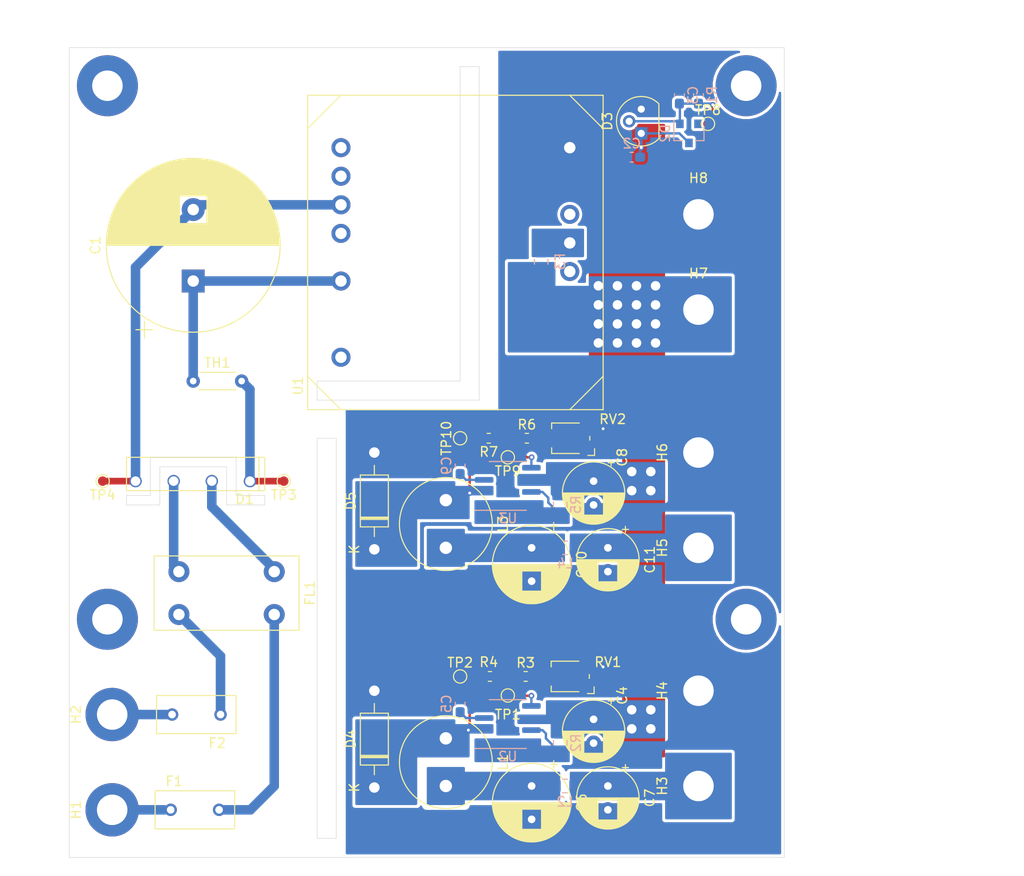
<source format=kicad_pcb>
(kicad_pcb (version 20171130) (host pcbnew 5.1.7)
  (layers (0 F.Cu signal) (31 B.Cu signal) (34 B.Paste user) (35 F.Paste user) (36 B.SilkS user) (37 F.SilkS user) (38 B.Mask user) (39 F.Mask user) (44 Edge.Cuts user))
  (net 0 "")
  (net 1 /DC-)
  (net 2 /DC+)
  (net 3 GND)
  (net 4 +12V)
  (net 5 "Net-(C3-Pad1)")
  (net 6 /N_Filter)
  (net 7 /L_Filter)
  (net 8 /L_Fused)
  (net 9 /N_Fused)
  (net 10 LINE)
  (net 11 NEUT)
  (net 12 "Net-(U1-Pad14)")
  (net 13 "Net-(U1-Pad11)")
  (net 14 /12V_Unfused)
  (net 15 "Net-(C5-Pad2)")
  (net 16 "Net-(C6-Pad1)")
  (net 17 +5V)
  (net 18 "Net-(C9-Pad2)")
  (net 19 "Net-(C10-Pad1)")
  (net 20 +3V3)
  (net 21 "Net-(D4-Pad1)")
  (net 22 "Net-(D5-Pad1)")
  (net 23 "Net-(R2-Pad1)")
  (net 24 "Net-(R3-Pad2)")
  (net 25 "Net-(R3-Pad1)")
  (net 26 "Net-(R5-Pad1)")
  (net 27 "Net-(R6-Pad2)")
  (net 28 "Net-(R6-Pad1)")
  (net 29 "Net-(RV1-Pad1)")
  (net 30 "Net-(RV2-Pad1)")
  (net 31 /DC+L)
  (module Resistor_THT:R_Axial_DIN0204_L3.6mm_D1.6mm_P5.08mm_Horizontal (layer F.Cu) (at 118 45)
    (fp_text reference TH1 (at 2.54 -1.92) (layer F.SilkS))
    (fp_text value Thermistor_NTC)
    (pad 2 thru_hole oval (at 5.08 0) (size 1.4 1.4) (drill 0.7) (layers *.Cu *.Mask) (net 2 /DC+))
    (pad 1 thru_hole circle (at 0 0) (size 1.4 1.4) (drill 0.7) (layers *.Cu *.Mask) (net 31 /DC+L))
  )
  (module MountingHole:MountingHole_3.2mm_M3_Pad (layer F.Cu) (at 109 70)
    (fp_text reference REF** hide)
    (fp_text value MountingHole_3.2mm_M3_Pad)
    (pad 1 thru_hole circle (at 0 0) (size 6.4 6.4) (drill 3.2) (layers *.Cu *.Mask))
  )
  (module MountingHole:MountingHole_3.2mm_M3_Pad (layer F.Cu) (at 176 70)
    (fp_text reference REF** hide)
    (fp_text value MountingHole_3.2mm_M3_Pad)
    (pad 1 thru_hole circle (at 0 0) (size 6.4 6.4) (drill 3.2) (layers *.Cu *.Mask))
  )
  (module MountingHole:MountingHole_3.2mm_M3_Pad (layer F.Cu) (at 176 14)
    (fp_text reference REF** hide)
    (fp_text value MountingHole_3.2mm_M3_Pad)
    (pad 1 thru_hole circle (at 0 0) (size 6.4 6.4) (drill 3.2) (layers *.Cu *.Mask))
  )
  (module MountingHole:MountingHole_3.2mm_M3_Pad (layer F.Cu) (at 109 14)
    (fp_text reference REF** hide)
    (fp_text value MountingHole_3.2mm_M3_Pad)
    (pad 1 thru_hole circle (at 0 0) (size 6.4 6.4) (drill 3.2) (layers *.Cu *.Mask))
  )
  (module TestPoint:TestPoint_Pad_D1.0mm (layer F.Cu) (at 146 51 90)
    (fp_text reference TP10 (at 0 -1.448 90) (layer F.SilkS))
    (fp_text value TestPoint)
    (pad 1 smd circle (at 0 0 90) (size 1 1) (layers F.Cu F.Mask) (net 22 "Net-(D5-Pad1)"))
  )
  (module TestPoint:TestPoint_Pad_D1.0mm (layer F.Cu) (at 151 53 180)
    (fp_text reference TP9 (at 0 -1.448) (layer F.SilkS))
    (fp_text value TestPoint)
    (pad 1 smd circle (at 0 0 180) (size 1 1) (layers F.Cu F.Mask) (net 28 "Net-(R6-Pad1)"))
  )
  (module TestPoint:TestPoint_Pad_D1.0mm (layer F.Cu) (at 172 18)
    (fp_text reference TP8 (at 0 -1.448) (layer F.SilkS))
    (fp_text value TestPoint)
    (pad 1 smd circle (at 0 0) (size 1 1) (layers F.Cu F.Mask) (net 5 "Net-(C3-Pad1)"))
  )
  (module TestPoint:TestPoint_Pad_D1.0mm (layer F.Cu) (at 108.5 55.5 180)
    (fp_text reference TP4 (at 0 -1.448) (layer F.SilkS))
    (fp_text value TestPoint)
    (pad 1 smd circle (at 0 0 180) (size 1 1) (layers F.Cu F.Mask) (net 1 /DC-))
  )
  (module TestPoint:TestPoint_Pad_D1.0mm (layer F.Cu) (at 127.5 55.5 180)
    (fp_text reference TP3 (at 0 -1.448) (layer F.SilkS))
    (fp_text value TestPoint)
    (pad 1 smd circle (at 0 0 180) (size 1 1) (layers F.Cu F.Mask) (net 2 /DC+))
  )
  (module MountingHole:MountingHole_3.2mm_M3_DIN965_Pad (layer F.Cu) (at 171 27.5)
    (fp_text reference H8 (at 0 -3.8) (layer F.SilkS))
    (fp_text value MountingHole_Pad)
    (pad 1 thru_hole circle (at 0 0) (size 5.6 5.6) (drill 3.2) (layers *.Cu *.Mask) (net 3 GND))
  )
  (module MountingHole:MountingHole_3.2mm_M3_DIN965_Pad (layer F.Cu) (at 171 37.5)
    (fp_text reference H7 (at 0 -3.8) (layer F.SilkS))
    (fp_text value MountingHole_Pad)
    (pad 1 thru_hole circle (at 0 0) (size 5.6 5.6) (drill 3.2) (layers *.Cu *.Mask) (net 4 +12V))
  )
  (module Inductor_THT:L_CommonMode_Wuerth_WE-CMB-XS (layer F.Cu) (at 126.5 65 270)
    (fp_text reference FL1 (at 2.25 -3.75 90) (layer F.SilkS))
    (fp_text value L_Core_Ferrite_Coupled_1243)
    (pad 1 thru_hole circle (at 0 0 270) (size 2.2 2.2) (drill 1.2) (layers *.Cu *.Mask) (net 7 /L_Filter))
    (pad 2 thru_hole circle (at 4.5 0 270) (size 2.2 2.2) (drill 1.2) (layers *.Cu *.Mask) (net 8 /L_Fused))
    (pad 3 thru_hole circle (at 4.5 10 270) (size 2.2 2.2) (drill 1.2) (layers *.Cu *.Mask) (net 9 /N_Fused))
    (pad 4 thru_hole circle (at 0 10 270) (size 2.2 2.2) (drill 1.2) (layers *.Cu *.Mask) (net 6 /N_Filter))
  )
  (module Resistor_SMD:R_0805_2012Metric_Pad1.15x1.40mm_HandSolder (layer B.Cu) (at 156.5 57.975 90)
    (fp_text reference R5 (at 0 1.65 90) (layer B.SilkS) (effects (justify mirror)))
    (fp_text value "0.3 Ohm")
    (pad 2 smd roundrect (at 1.025 0 90) (size 1.15 1.4) (layers B.Cu B.Paste B.Mask) (roundrect_rratio 0.217391) (net 4 +12V))
    (pad 1 smd roundrect (at -1.025 0 90) (size 1.15 1.4) (layers B.Cu B.Paste B.Mask) (roundrect_rratio 0.217391) (net 26 "Net-(R5-Pad1)"))
  )
  (module Resistor_SMD:R_0805_2012Metric_Pad1.15x1.40mm_HandSolder (layer B.Cu) (at 156.5 82.975 90)
    (fp_text reference R2 (at 0 1.65 90) (layer B.SilkS) (effects (justify mirror)))
    (fp_text value "0.3 Ohm")
    (pad 2 smd roundrect (at 1.025 0 90) (size 1.15 1.4) (layers B.Cu B.Paste B.Mask) (roundrect_rratio 0.217391) (net 4 +12V))
    (pad 1 smd roundrect (at -1.025 0 90) (size 1.15 1.4) (layers B.Cu B.Paste B.Mask) (roundrect_rratio 0.217391) (net 23 "Net-(R2-Pad1)"))
  )
  (module Package_SO:SOIC-8_3.9x4.9mm_P1.27mm (layer B.Cu) (at 151 56)
    (fp_text reference U3 (at 0 3.4) (layer B.SilkS) (effects (justify mirror)))
    (fp_text value MC33063AD)
    (pad 8 smd roundrect (at 2.475 1.905) (size 1.95 0.6) (layers B.Cu B.Paste B.Mask) (net 26 "Net-(R5-Pad1)"))
    (pad 7 smd roundrect (at 2.475 0.635) (size 1.95 0.6) (layers B.Cu B.Paste B.Mask) (net 26 "Net-(R5-Pad1)"))
    (pad 6 smd roundrect (at 2.475 -0.635) (size 1.95 0.6) (layers B.Cu B.Paste B.Mask) (net 4 +12V))
    (pad 5 smd roundrect (at 2.475 -1.905) (size 1.95 0.6) (layers B.Cu B.Paste B.Mask) (net 28 "Net-(R6-Pad1)"))
    (pad 4 smd roundrect (at -2.475 -1.905) (size 1.95 0.6) (layers B.Cu B.Paste B.Mask) (net 3 GND))
    (pad 3 smd roundrect (at -2.475 -0.635) (size 1.95 0.6) (layers B.Cu B.Paste B.Mask) (net 18 "Net-(C9-Pad2)"))
    (pad 2 smd roundrect (at -2.475 0.635) (size 1.95 0.6) (layers B.Cu B.Paste B.Mask) (net 22 "Net-(D5-Pad1)"))
    (pad 1 smd roundrect (at -2.475 1.905) (size 1.95 0.6) (layers B.Cu B.Paste B.Mask) (net 26 "Net-(R5-Pad1)"))
  )
  (module Package_SO:SOIC-8_3.9x4.9mm_P1.27mm (layer B.Cu) (at 151 81)
    (fp_text reference U2 (at 0 3.4) (layer B.SilkS) (effects (justify mirror)))
    (fp_text value MC33063AD)
    (pad 8 smd roundrect (at 2.475 1.905) (size 1.95 0.6) (layers B.Cu B.Paste B.Mask) (net 23 "Net-(R2-Pad1)"))
    (pad 7 smd roundrect (at 2.475 0.635) (size 1.95 0.6) (layers B.Cu B.Paste B.Mask) (net 23 "Net-(R2-Pad1)"))
    (pad 6 smd roundrect (at 2.475 -0.635) (size 1.95 0.6) (layers B.Cu B.Paste B.Mask) (net 4 +12V))
    (pad 5 smd roundrect (at 2.475 -1.905) (size 1.95 0.6) (layers B.Cu B.Paste B.Mask) (net 25 "Net-(R3-Pad1)"))
    (pad 4 smd roundrect (at -2.475 -1.905) (size 1.95 0.6) (layers B.Cu B.Paste B.Mask) (net 3 GND))
    (pad 3 smd roundrect (at -2.475 -0.635) (size 1.95 0.6) (layers B.Cu B.Paste B.Mask) (net 15 "Net-(C5-Pad2)"))
    (pad 2 smd roundrect (at -2.475 0.635) (size 1.95 0.6) (layers B.Cu B.Paste B.Mask) (net 21 "Net-(D4-Pad1)"))
    (pad 1 smd roundrect (at -2.475 1.905) (size 1.95 0.6) (layers B.Cu B.Paste B.Mask) (net 23 "Net-(R2-Pad1)"))
  )
  (module ERIG_Converter_DCDC:EPMXX10SJ_XXXXAE (layer F.Cu) (at 161 48 90)
    (fp_text reference U1 (at 2.5 -32 90) (layer F.SilkS))
    (fp_text value EPM1210SJ_1212AE)
    (pad 14 thru_hole circle (at 5.5 -27.5 90) (size 2 2) (drill 1.2) (layers *.Cu *.Mask) (net 12 "Net-(U1-Pad14)"))
    (pad 12 thru_hole circle (at 13.5 -27.5 90) (size 2 2) (drill 1.2) (layers *.Cu *.Mask) (net 31 /DC+L))
    (pad 11 thru_hole circle (at 18.5 -27.5 90) (size 2 2) (drill 1.2) (layers *.Cu *.Mask) (net 13 "Net-(U1-Pad11)"))
    (pad 10 thru_hole circle (at 21.5 -27.5 90) (size 2 2) (drill 1.2) (layers *.Cu *.Mask) (net 1 /DC-))
    (pad 9 thru_hole circle (at 24.5 -27.5 90) (size 2 2) (drill 1.2) (layers *.Cu *.Mask))
    (pad 8 thru_hole circle (at 27.5 -27.5 90) (size 2 2) (drill 1.2) (layers *.Cu *.Mask))
    (pad 6 thru_hole circle (at 20.5 -3.5 90) (size 2 2) (drill 1.2) (layers *.Cu *.Mask))
    (pad 5 thru_hole circle (at 17.5 -3.5 90) (size 2 2) (drill 1.2) (layers *.Cu *.Mask) (net 14 /12V_Unfused))
    (pad 4 thru_hole circle (at 14.5 -3.5 90) (size 2 2) (drill 1.2) (layers *.Cu *.Mask))
    (pad 7 thru_hole circle (at 27.5 -3.5 90) (size 2 2) (drill 1.2) (layers *.Cu *.Mask) (net 3 GND))
  )
  (module TestPoint:TestPoint_Pad_D1.0mm (layer F.Cu) (at 146 76)
    (fp_text reference TP2 (at 0 -1.448) (layer F.SilkS))
    (fp_text value TestPoint)
    (pad 1 smd circle (at 0 0) (size 1 1) (layers F.Cu F.Mask) (net 21 "Net-(D4-Pad1)"))
  )
  (module TestPoint:TestPoint_Pad_D1.0mm (layer F.Cu) (at 151 78)
    (fp_text reference TP1 (at 0 2) (layer F.SilkS))
    (fp_text value TestPoint)
    (pad 1 smd circle (at 0 0) (size 1 1) (layers F.Cu F.Mask) (net 25 "Net-(R3-Pad1)"))
  )
  (module Potentiometer_SMD:Potentiometer_Bourns_TC33X_Vertical (layer F.Cu) (at 157.5 51 180)
    (fp_text reference RV2 (at -4.5 2) (layer F.SilkS))
    (fp_text value 0-200)
    (pad 2 smd rect (at 1.45 0 180) (size 1.5 1.6) (layers F.Cu F.Paste F.Mask) (net 27 "Net-(R6-Pad2)"))
    (pad 3 smd rect (at -1.8 1 180) (size 1.2 1.2) (layers F.Cu F.Paste F.Mask) (net 3 GND))
    (pad 1 smd rect (at -1.8 -1 180) (size 1.2 1.2) (layers F.Cu F.Paste F.Mask) (net 30 "Net-(RV2-Pad1)"))
  )
  (module Potentiometer_SMD:Potentiometer_Bourns_TC33X_Vertical (layer F.Cu) (at 157.45 76 180)
    (fp_text reference RV1 (at -4.05 1.5 180) (layer F.SilkS))
    (fp_text value 0-200)
    (pad 2 smd rect (at 1.45 0 180) (size 1.5 1.6) (layers F.Cu F.Paste F.Mask) (net 24 "Net-(R3-Pad2)"))
    (pad 3 smd rect (at -1.8 1 180) (size 1.2 1.2) (layers F.Cu F.Paste F.Mask) (net 3 GND))
    (pad 1 smd rect (at -1.8 -1 180) (size 1.2 1.2) (layers F.Cu F.Paste F.Mask) (net 29 "Net-(RV1-Pad1)"))
  )
  (module Resistor_SMD:R_0603_1608Metric_Pad1.05x0.95mm_HandSolder (layer F.Cu) (at 149 51 180)
    (fp_text reference R7 (at 0 -1.43 180) (layer F.SilkS))
    (fp_text value R)
    (pad 2 smd roundrect (at 0.875 0 180) (size 1.05 0.95) (layers F.Cu F.Paste F.Mask) (net 22 "Net-(D5-Pad1)"))
    (pad 1 smd roundrect (at -0.875 0 180) (size 1.05 0.95) (layers F.Cu F.Paste F.Mask) (net 28 "Net-(R6-Pad1)"))
  )
  (module Resistor_SMD:R_0603_1608Metric_Pad1.05x0.95mm_HandSolder (layer F.Cu) (at 153 51)
    (fp_text reference R6 (at 0 -1.43 180) (layer F.SilkS))
    (fp_text value R)
    (pad 2 smd roundrect (at 0.875 0) (size 1.05 0.95) (layers F.Cu F.Paste F.Mask) (net 27 "Net-(R6-Pad2)"))
    (pad 1 smd roundrect (at -0.875 0) (size 1.05 0.95) (layers F.Cu F.Paste F.Mask) (net 28 "Net-(R6-Pad1)"))
  )
  (module Resistor_SMD:R_0603_1608Metric_Pad1.05x0.95mm_HandSolder (layer F.Cu) (at 149.125 76 180)
    (fp_text reference R4 (at 0.125 1.5) (layer F.SilkS))
    (fp_text value R)
    (pad 2 smd roundrect (at 0.875 0 180) (size 1.05 0.95) (layers F.Cu F.Paste F.Mask) (net 21 "Net-(D4-Pad1)"))
    (pad 1 smd roundrect (at -0.875 0 180) (size 1.05 0.95) (layers F.Cu F.Paste F.Mask) (net 25 "Net-(R3-Pad1)"))
  )
  (module Resistor_SMD:R_0603_1608Metric_Pad1.05x0.95mm_HandSolder (layer F.Cu) (at 152.875 76)
    (fp_text reference R3 (at 0 -1.43 180) (layer F.SilkS))
    (fp_text value R)
    (pad 2 smd roundrect (at 0.875 0) (size 1.05 0.95) (layers F.Cu F.Paste F.Mask) (net 24 "Net-(R3-Pad2)"))
    (pad 1 smd roundrect (at -0.875 0) (size 1.05 0.95) (layers F.Cu F.Paste F.Mask) (net 25 "Net-(R3-Pad1)"))
  )
  (module Resistor_SMD:R_0603_1608Metric_Pad1.05x0.95mm_HandSolder (layer B.Cu) (at 171 15 90)
    (fp_text reference R1 (at 0 1.43 90) (layer B.SilkS) (effects (justify mirror)))
    (fp_text value 1K)
    (pad 2 smd roundrect (at 0.875 0 90) (size 1.05 0.95) (layers B.Cu B.Paste B.Mask) (net 3 GND))
    (pad 1 smd roundrect (at -0.875 0 90) (size 1.05 0.95) (layers B.Cu B.Paste B.Mask) (net 5 "Net-(C3-Pad1)"))
  )
  (module Inductor_SMD:L_0805_2012Metric_Pad1.15x1.40mm_HandSolder (layer B.Cu) (at 157.025 62.5)
    (fp_text reference L4 (at 0 1.65) (layer B.SilkS) (effects (justify mirror)))
    (fp_text value 1uH)
    (pad 2 smd roundrect (at 1.025 0) (size 1.15 1.4) (layers B.Cu B.Paste B.Mask) (roundrect_rratio 0.217391) (net 20 +3V3))
    (pad 1 smd roundrect (at -1.025 0) (size 1.15 1.4) (layers B.Cu B.Paste B.Mask) (roundrect_rratio 0.217391) (net 19 "Net-(C10-Pad1)"))
  )
  (module Inductor_THT:L_Radial_D9.5mm_P5.00mm_Fastron_07HVP (layer F.Cu) (at 144.5 57.5 270)
    (fp_text reference L3 (at 2.5 -6 90) (layer F.SilkS))
    (fp_text value "220 uH")
    (pad 2 thru_hole circle (at 5 0 270) (size 2.6 2.6) (drill 1.3) (layers *.Cu *.Mask) (net 19 "Net-(C10-Pad1)"))
    (pad 1 thru_hole circle (at 0 0 270) (size 2.6 2.6) (drill 1.3) (layers *.Cu *.Mask) (net 22 "Net-(D5-Pad1)"))
  )
  (module Inductor_SMD:L_0805_2012Metric_Pad1.15x1.40mm_HandSolder (layer B.Cu) (at 157 87.5)
    (fp_text reference L2 (at 0 1.65) (layer B.SilkS) (effects (justify mirror)))
    (fp_text value 1uH)
    (pad 2 smd roundrect (at 1.025 0) (size 1.15 1.4) (layers B.Cu B.Paste B.Mask) (roundrect_rratio 0.217391) (net 17 +5V))
    (pad 1 smd roundrect (at -1.025 0) (size 1.15 1.4) (layers B.Cu B.Paste B.Mask) (roundrect_rratio 0.217391) (net 16 "Net-(C6-Pad1)"))
  )
  (module Inductor_THT:L_Radial_D9.5mm_P5.00mm_Fastron_07HVP (layer F.Cu) (at 144.5 82.5 270)
    (fp_text reference L1 (at 2.5 -6 90) (layer F.SilkS))
    (fp_text value "220 uH")
    (pad 2 thru_hole circle (at 5 0 270) (size 2.6 2.6) (drill 1.3) (layers *.Cu *.Mask) (net 16 "Net-(C6-Pad1)"))
    (pad 1 thru_hole circle (at 0 0 270) (size 2.6 2.6) (drill 1.3) (layers *.Cu *.Mask) (net 21 "Net-(D4-Pad1)"))
  )
  (module MountingHole:MountingHole_3.2mm_M3_DIN965_Pad (layer F.Cu) (at 171 52.5 90)
    (fp_text reference H6 (at 0 -3.8 90) (layer F.SilkS))
    (fp_text value MountingHole_Pad)
    (pad 1 thru_hole circle (at 0 0 90) (size 5.6 5.6) (drill 3.2) (layers *.Cu *.Mask) (net 3 GND))
  )
  (module MountingHole:MountingHole_3.2mm_M3_DIN965_Pad (layer F.Cu) (at 171 62.5 90)
    (fp_text reference H5 (at 0 -3.8 90) (layer F.SilkS))
    (fp_text value MountingHole_Pad)
    (pad 1 thru_hole circle (at 0 0 90) (size 5.6 5.6) (drill 3.2) (layers *.Cu *.Mask) (net 20 +3V3))
  )
  (module MountingHole:MountingHole_3.2mm_M3_DIN965_Pad (layer F.Cu) (at 171 77.5 90)
    (fp_text reference H4 (at 0 -3.8 90) (layer F.SilkS))
    (fp_text value MountingHole_Pad)
    (pad 1 thru_hole circle (at 0 0 90) (size 5.6 5.6) (drill 3.2) (layers *.Cu *.Mask) (net 3 GND))
  )
  (module MountingHole:MountingHole_3.2mm_M3_DIN965_Pad (layer F.Cu) (at 171 87.5 90)
    (fp_text reference H3 (at 0 -3.8 90) (layer F.SilkS))
    (fp_text value MountingHole_Pad)
    (pad 1 thru_hole circle (at 0 0 90) (size 5.6 5.6) (drill 3.2) (layers *.Cu *.Mask) (net 17 +5V))
  )
  (module MountingHole:MountingHole_3.2mm_M3_DIN965_Pad (layer F.Cu) (at 109.5 80 90)
    (fp_text reference H2 (at 0 -3.8 90) (layer F.SilkS))
    (fp_text value MountingHole_Pad)
    (pad 1 thru_hole circle (at 0 0 90) (size 5.6 5.6) (drill 3.2) (layers *.Cu *.Mask) (net 11 NEUT))
  )
  (module MountingHole:MountingHole_3.2mm_M3_DIN965_Pad (layer F.Cu) (at 109.5 90 90)
    (fp_text reference H1 (at 0 -3.8 90) (layer F.SilkS))
    (fp_text value MountingHole_Pad)
    (pad 1 thru_hole circle (at 0 0 90) (size 5.6 5.6) (drill 3.2) (layers *.Cu *.Mask) (net 10 LINE))
  )
  (module Fuse:Fuse_0805_2012Metric_Pad1.15x1.40mm_HandSolder (layer B.Cu) (at 154.5 32.475 270)
    (fp_text reference F3 (at -0.025 -2 90) (layer B.SilkS) (effects (justify mirror)))
    (fp_text value 1A)
    (pad 2 smd roundrect (at 1.025 0 270) (size 1.15 1.4) (layers B.Cu B.Paste B.Mask) (roundrect_rratio 0.217391) (net 4 +12V))
    (pad 1 smd roundrect (at -1.025 0 270) (size 1.15 1.4) (layers B.Cu B.Paste B.Mask) (roundrect_rratio 0.217391) (net 14 /12V_Unfused))
  )
  (module ERIG_Fuse:RST_XXX (layer F.Cu) (at 122.5 78 180)
    (fp_text reference F2 (at 2 -5) (layer F.SilkS))
    (fp_text value 100mA)
    (pad 2 thru_hole circle (at 6.715 -2 180) (size 1.3 1.3) (drill 0.8) (layers *.Cu *.Mask) (net 11 NEUT))
    (pad 1 thru_hole circle (at 1.635 -2 180) (size 1.3 1.3) (drill 0.8) (layers *.Cu *.Mask) (net 9 /N_Fused))
  )
  (module ERIG_Fuse:RST_XXX (layer F.Cu) (at 114 92)
    (fp_text reference F1 (at 2 -5) (layer F.SilkS))
    (fp_text value 100mA)
    (pad 2 thru_hole circle (at 6.715 -2) (size 1.3 1.3) (drill 0.8) (layers *.Cu *.Mask) (net 8 /L_Fused))
    (pad 1 thru_hole circle (at 1.635 -2) (size 1.3 1.3) (drill 0.8) (layers *.Cu *.Mask) (net 10 LINE))
  )
  (module Diode_THT:D_DO-41_SOD81_P10.16mm_Horizontal (layer F.Cu) (at 137 62.66 90)
    (fp_text reference D5 (at 5.08 -2.47 90) (layer F.SilkS))
    (fp_text value 1N5819)
    (fp_text user K (at 0 -2.1 90) (layer F.SilkS))
    (pad 2 thru_hole oval (at 10.16 0 90) (size 2.2 2.2) (drill 1.1) (layers *.Cu *.Mask) (net 3 GND))
    (pad 1 thru_hole rect (at 0 0 90) (size 2.2 2.2) (drill 1.1) (layers *.Cu *.Mask) (net 22 "Net-(D5-Pad1)"))
  )
  (module Diode_THT:D_DO-41_SOD81_P10.16mm_Horizontal (layer F.Cu) (at 137 87.66 90)
    (fp_text reference D4 (at 5.08 -2.47 90) (layer F.SilkS))
    (fp_text value 1N5819)
    (fp_text user K (at 0 -2.1 90) (layer F.SilkS))
    (pad 2 thru_hole oval (at 10.16 0 90) (size 2.2 2.2) (drill 1.1) (layers *.Cu *.Mask) (net 3 GND))
    (pad 1 thru_hole rect (at 0 0 90) (size 2.2 2.2) (drill 1.1) (layers *.Cu *.Mask) (net 21 "Net-(D4-Pad1)"))
  )
  (module Package_TO_SOT_THT:TO-92 (layer F.Cu) (at 165 19 90)
    (fp_text reference D3 (at 1.27 -3.56 90) (layer F.SilkS))
    (fp_text value Q_SCR_AGK)
    (pad 1 thru_hole rect (at 0 0 180) (size 1.3 1.3) (drill 0.75) (layers *.Cu *.Mask) (net 4 +12V))
    (pad 3 thru_hole circle (at 2.54 0 180) (size 1.3 1.3) (drill 0.75) (layers *.Cu *.Mask) (net 3 GND))
    (pad 2 thru_hole circle (at 1.27 -1.27 180) (size 1.3 1.3) (drill 0.75) (layers *.Cu *.Mask) (net 5 "Net-(C3-Pad1)"))
  )
  (module Diode_SMD:D_SOT-23_ANK (layer B.Cu) (at 170 19 270)
    (fp_text reference D2 (at 0 2.5 90) (layer B.SilkS) (effects (justify mirror)))
    (fp_text value 13V)
    (pad 1 smd rect (at 1 0 270) (size 0.9 0.8) (layers B.Cu B.Paste B.Mask) (net 4 +12V))
    (pad "" smd rect (at -1 -0.95 270) (size 0.9 0.8) (layers B.Cu B.Paste B.Mask))
    (pad 2 smd rect (at -1 0.95 270) (size 0.9 0.8) (layers B.Cu B.Paste B.Mask) (net 5 "Net-(C3-Pad1)"))
  )
  (module ERIG_Diode:KBP20XXG (layer F.Cu) (at 125.5 55.5 180)
    (fp_text reference D1 (at 2.1 -1.9) (layer F.SilkS))
    (fp_text value D_Bridge_+AA-)
    (pad 4 thru_hole circle (at 13.55 0 180) (size 1.3 1.3) (drill 1) (layers *.Cu *.Mask) (net 1 /DC-))
    (pad 3 thru_hole circle (at 9.55 0 180) (size 1.3 1.3) (drill 1) (layers *.Cu *.Mask) (net 6 /N_Filter))
    (pad 2 thru_hole circle (at 5.55 0 180) (size 1.3 1.3) (drill 1) (layers *.Cu *.Mask) (net 7 /L_Filter))
    (pad 1 thru_hole circle (at 1.55 0 180) (size 1.3 1.3) (drill 1) (layers *.Cu *.Mask) (net 2 /DC+))
  )
  (module Capacitor_THT:CP_Radial_D6.3mm_P2.50mm (layer F.Cu) (at 161.5 62.5 270)
    (fp_text reference C11 (at 1.25 -4.4 90) (layer F.SilkS))
    (fp_text value 100uF)
    (pad 2 thru_hole circle (at 2.5 0 270) (size 1.6 1.6) (drill 0.8) (layers *.Cu *.Mask) (net 3 GND))
    (pad 1 thru_hole rect (at 0 0 270) (size 1.6 1.6) (drill 0.8) (layers *.Cu *.Mask) (net 20 +3V3))
  )
  (module Capacitor_THT:CP_Radial_D8.0mm_P3.50mm (layer F.Cu) (at 153.5 62.5 270)
    (fp_text reference C10 (at 1.75 -5.25 90) (layer F.SilkS))
    (fp_text value 470uF)
    (pad 2 thru_hole circle (at 3.5 0 270) (size 1.6 1.6) (drill 0.8) (layers *.Cu *.Mask) (net 3 GND))
    (pad 1 thru_hole rect (at 0 0 270) (size 1.6 1.6) (drill 0.8) (layers *.Cu *.Mask) (net 19 "Net-(C10-Pad1)"))
  )
  (module Capacitor_SMD:C_0603_1608Metric_Pad1.05x0.95mm_HandSolder (layer B.Cu) (at 146 53.875 270)
    (fp_text reference C9 (at 0 1.43 270) (layer B.SilkS) (effects (justify mirror)))
    (fp_text value 470pF)
    (pad 2 smd roundrect (at 0.875 0 270) (size 1.05 0.95) (layers B.Cu B.Paste B.Mask) (net 18 "Net-(C9-Pad2)"))
    (pad 1 smd roundrect (at -0.875 0 270) (size 1.05 0.95) (layers B.Cu B.Paste B.Mask) (net 3 GND))
  )
  (module Capacitor_THT:CP_Radial_D6.3mm_P2.50mm (layer F.Cu) (at 160 55.5 270)
    (fp_text reference C8 (at -2.5 -3 90) (layer F.SilkS))
    (fp_text value 100uF)
    (pad 2 thru_hole circle (at 2.5 0 270) (size 1.6 1.6) (drill 0.8) (layers *.Cu *.Mask) (net 3 GND))
    (pad 1 thru_hole rect (at 0 0 270) (size 1.6 1.6) (drill 0.8) (layers *.Cu *.Mask) (net 4 +12V))
  )
  (module Capacitor_THT:CP_Radial_D6.3mm_P2.50mm (layer F.Cu) (at 161.5 87.5 270)
    (fp_text reference C7 (at 1.25 -4.4 90) (layer F.SilkS))
    (fp_text value 100uF)
    (pad 2 thru_hole circle (at 2.5 0 270) (size 1.6 1.6) (drill 0.8) (layers *.Cu *.Mask) (net 3 GND))
    (pad 1 thru_hole rect (at 0 0 270) (size 1.6 1.6) (drill 0.8) (layers *.Cu *.Mask) (net 17 +5V))
  )
  (module Capacitor_THT:CP_Radial_D8.0mm_P3.50mm (layer F.Cu) (at 153.5 87.5 270)
    (fp_text reference C6 (at 1.75 -5.25 90) (layer F.SilkS))
    (fp_text value 470uF)
    (pad 2 thru_hole circle (at 3.5 0 270) (size 1.6 1.6) (drill 0.8) (layers *.Cu *.Mask) (net 3 GND))
    (pad 1 thru_hole rect (at 0 0 270) (size 1.6 1.6) (drill 0.8) (layers *.Cu *.Mask) (net 16 "Net-(C6-Pad1)"))
  )
  (module Capacitor_SMD:C_0603_1608Metric_Pad1.05x0.95mm_HandSolder (layer B.Cu) (at 146 78.875 270)
    (fp_text reference C5 (at 0 1.43 90) (layer B.SilkS) (effects (justify mirror)))
    (fp_text value 470pF)
    (pad 2 smd roundrect (at 0.875 0 270) (size 1.05 0.95) (layers B.Cu B.Paste B.Mask) (net 15 "Net-(C5-Pad2)"))
    (pad 1 smd roundrect (at -0.875 0 270) (size 1.05 0.95) (layers B.Cu B.Paste B.Mask) (net 3 GND))
  )
  (module Capacitor_THT:CP_Radial_D6.3mm_P2.50mm (layer F.Cu) (at 160 80.5 270)
    (fp_text reference C4 (at -2.5 -3 90) (layer F.SilkS))
    (fp_text value 100uF)
    (pad 2 thru_hole circle (at 2.5 0 270) (size 1.6 1.6) (drill 0.8) (layers *.Cu *.Mask) (net 3 GND))
    (pad 1 thru_hole rect (at 0 0 270) (size 1.6 1.6) (drill 0.8) (layers *.Cu *.Mask) (net 4 +12V))
  )
  (module Capacitor_SMD:C_0603_1608Metric_Pad1.05x0.95mm_HandSolder (layer B.Cu) (at 169 15 90)
    (fp_text reference C3 (at 0 1.43 90) (layer B.SilkS) (effects (justify mirror)))
    (fp_text value 47nF)
    (pad 2 smd roundrect (at 0.875 0 90) (size 1.05 0.95) (layers B.Cu B.Paste B.Mask) (net 3 GND))
    (pad 1 smd roundrect (at -0.875 0 90) (size 1.05 0.95) (layers B.Cu B.Paste B.Mask) (net 5 "Net-(C3-Pad1)"))
  )
  (module Capacitor_SMD:C_0603_1608Metric_Pad1.05x0.95mm_HandSolder (layer B.Cu) (at 164 21.5 180)
    (fp_text reference C2 (at 0 1.43 180) (layer B.SilkS) (effects (justify mirror)))
    (fp_text value 100nF)
    (pad 2 smd roundrect (at 0.875 0 180) (size 1.05 0.95) (layers B.Cu B.Paste B.Mask) (net 3 GND))
    (pad 1 smd roundrect (at -0.875 0 180) (size 1.05 0.95) (layers B.Cu B.Paste B.Mask) (net 4 +12V))
  )
  (module Capacitor_THT:CP_Radial_D18.0mm_P7.50mm (layer F.Cu) (at 118 34.5 90)
    (fp_text reference C1 (at 3.75 -10.25 90) (layer F.SilkS))
    (fp_text value 100uF)
    (pad 2 thru_hole circle (at 7.5 0 90) (size 2.4 2.4) (drill 1.2) (layers *.Cu *.Mask) (net 1 /DC-))
    (pad 1 thru_hole rect (at 0 0 90) (size 2.4 2.4) (drill 1.2) (layers *.Cu *.Mask) (net 31 /DC+L))
  )
  (gr_line (start 131 45) (end 131 47) (layer Edge.Cuts) (width 0.05))
  (gr_line (start 146 45) (end 131 45) (layer Edge.Cuts) (width 0.05))
  (gr_line (start 146 12) (end 146 45) (layer Edge.Cuts) (width 0.05))
  (gr_line (start 148 12) (end 146 12) (layer Edge.Cuts) (width 0.05))
  (gr_line (start 148 47) (end 148 12) (layer Edge.Cuts) (width 0.05))
  (gr_line (start 131 47) (end 148 47) (layer Edge.Cuts) (width 0.05))
  (gr_line (start 131 51) (end 131 92) (layer Edge.Cuts) (width 0.05))
  (gr_line (start 133 51) (end 131 51) (layer Edge.Cuts) (width 0.05))
  (gr_line (start 133 93) (end 133 51) (layer Edge.Cuts) (width 0.05))
  (gr_line (start 131 93) (end 133 93) (layer Edge.Cuts) (width 0.05))
  (gr_line (start 131 92) (end 131 93) (layer Edge.Cuts) (width 0.05))
  (gr_line (start 113.5 53) (end 121.25 53) (layer Edge.Cuts) (width 0.05))
  (gr_line (start 113.5 57) (end 113.5 53) (layer Edge.Cuts) (width 0.05))
  (gr_line (start 111 57) (end 113.5 57) (layer Edge.Cuts) (width 0.05))
  (gr_line (start 111 58) (end 111 57) (layer Edge.Cuts) (width 0.05))
  (gr_line (start 114.5 58) (end 111 58) (layer Edge.Cuts) (width 0.05))
  (gr_line (start 114.5 54) (end 114.5 58) (layer Edge.Cuts) (width 0.05))
  (gr_line (start 121.5 54) (end 114.5 54) (layer Edge.Cuts) (width 0.05))
  (gr_line (start 122.5 57) (end 125.5 57) (layer Edge.Cuts) (width 0.05))
  (gr_line (start 122.5 53) (end 122.5 57) (layer Edge.Cuts) (width 0.05))
  (gr_line (start 121.25 53) (end 122.5 53) (layer Edge.Cuts) (width 0.05))
  (gr_line (start 121.5 58) (end 121.5 54) (layer Edge.Cuts) (width 0.05))
  (gr_line (start 125.5 58) (end 121.5 58) (layer Edge.Cuts) (width 0.05))
  (gr_line (start 125.5 57) (end 125.5 58) (layer Edge.Cuts) (width 0.05))
  (gr_line (start 105 95) (end 105 10) (layer Edge.Cuts) (width 0.05))
  (gr_line (start 180 95) (end 105 95) (layer Edge.Cuts) (width 0.05))
  (gr_line (start 180 10) (end 180 95) (layer Edge.Cuts) (width 0.05))
  (gr_line (start 105 10) (end 180 10) (layer Edge.Cuts) (width 0.05))
  (segment (start 111.95 55.5) (end 108.5 55.5) (width 0.7) (layer F.Cu) (net 1))
  (segment (start 118.5 26.5) (end 118 27) (width 1) (layer B.Cu) (net 1))
  (segment (start 133.5 26.5) (end 118.5 26.5) (width 1) (layer B.Cu) (net 1))
  (segment (start 111.95 33.05) (end 118 27) (width 1) (layer B.Cu) (net 1))
  (segment (start 111.95 55.5) (end 111.95 33.05) (width 1) (layer B.Cu) (net 1))
  (segment (start 127.5 55.5) (end 123.95 55.5) (width 0.7) (layer F.Cu) (net 2))
  (segment (start 123.95 45.87) (end 123.08 45) (width 1) (layer B.Cu) (net 2))
  (segment (start 123.95 55.5) (end 123.95 45.87) (width 1) (layer B.Cu) (net 2))
  (segment (start 159.25 75) (end 161 75) (width 0.25) (layer F.Cu) (net 3))
  (segment (start 159.3 50) (end 161 50) (width 0.25) (layer F.Cu) (net 3))
  (segment (start 161 50) (end 161 50) (width 0.25) (layer F.Cu) (net 3))
  (via (at 161 50) (size 0.6) (drill 0.3) (layers F.Cu B.Cu) (net 3))
  (segment (start 161 75) (end 161 75) (width 0.25) (layer F.Cu) (net 3))
  (via (at 161 75) (size 0.6) (drill 0.3) (layers F.Cu B.Cu) (net 3))
  (via (at 160.5 35) (size 1.5) (drill 1) (layers F.Cu B.Cu) (net 4))
  (via (at 162.5 35) (size 1.5) (drill 1) (layers F.Cu B.Cu) (net 4))
  (via (at 164.5 35) (size 1.5) (drill 1) (layers F.Cu B.Cu) (net 4))
  (via (at 166.5 35) (size 1.5) (drill 1) (layers F.Cu B.Cu) (net 4))
  (via (at 166.5 37) (size 1.5) (drill 1) (layers F.Cu B.Cu) (net 4))
  (via (at 164.5 37) (size 1.5) (drill 1) (layers F.Cu B.Cu) (net 4))
  (via (at 162.5 37) (size 1.5) (drill 1) (layers F.Cu B.Cu) (net 4))
  (via (at 160.5 37) (size 1.5) (drill 1) (layers F.Cu B.Cu) (net 4))
  (via (at 160.5 39) (size 1.5) (drill 1) (layers F.Cu B.Cu) (net 4))
  (via (at 162.5 39) (size 1.5) (drill 1) (layers F.Cu B.Cu) (net 4))
  (via (at 164.5 39) (size 1.5) (drill 1) (layers F.Cu B.Cu) (net 4))
  (via (at 166.5 39) (size 1.5) (drill 1) (layers F.Cu B.Cu) (net 4))
  (via (at 166.5 41) (size 1.5) (drill 1) (layers F.Cu B.Cu) (net 4))
  (via (at 164.5 41) (size 1.5) (drill 1) (layers F.Cu B.Cu) (net 4))
  (via (at 162.5 41) (size 1.5) (drill 1) (layers F.Cu B.Cu) (net 4))
  (via (at 160.5 41) (size 1.5) (drill 1) (layers F.Cu B.Cu) (net 4))
  (via (at 164 79.5) (size 1.5) (drill 1) (layers F.Cu B.Cu) (net 4))
  (via (at 164 81.5) (size 1.5) (drill 1) (layers F.Cu B.Cu) (net 4))
  (via (at 166 81.5) (size 1.5) (drill 1) (layers F.Cu B.Cu) (net 4))
  (via (at 166 79.5) (size 1.5) (drill 1) (layers F.Cu B.Cu) (net 4))
  (via (at 164 54.5) (size 1.5) (drill 1) (layers F.Cu B.Cu) (net 4))
  (via (at 166 54.5) (size 1.5) (drill 1) (layers F.Cu B.Cu) (net 4))
  (via (at 164 56.5) (size 1.5) (drill 1) (layers F.Cu B.Cu) (net 4))
  (via (at 166 56.5) (size 1.5) (drill 1) (layers F.Cu B.Cu) (net 4))
  (segment (start 165 21.375) (end 164.875 21.5) (width 0.25) (layer B.Cu) (net 4))
  (segment (start 165 19) (end 165 20.5) (width 0.25) (layer B.Cu) (net 4))
  (segment (start 169 19) (end 170 20) (width 0.25) (layer B.Cu) (net 4))
  (segment (start 165 19) (end 169 19) (width 0.25) (layer B.Cu) (net 4))
  (via (at 165 20.5) (size 0.6) (drill 0.3) (layers F.Cu B.Cu) (net 4))
  (segment (start 164.875 20.625) (end 165 20.5) (width 0.25) (layer B.Cu) (net 4))
  (segment (start 164.875 21.5) (end 164.875 20.625) (width 0.25) (layer B.Cu) (net 4))
  (segment (start 168.78 17.73) (end 169.05 18) (width 0.25) (layer B.Cu) (net 5))
  (segment (start 163.73 17.73) (end 168.78 17.73) (width 0.25) (layer B.Cu) (net 5))
  (segment (start 169.05 15.925) (end 169 15.875) (width 0.25) (layer B.Cu) (net 5))
  (segment (start 169.05 18) (end 169.05 15.925) (width 0.25) (layer B.Cu) (net 5))
  (segment (start 171 15.875) (end 169 15.875) (width 0.25) (layer B.Cu) (net 5))
  (segment (start 171 15.875) (end 172.375 15.875) (width 0.25) (layer B.Cu) (net 5))
  (segment (start 172.375 15.875) (end 172.5 16) (width 0.25) (layer B.Cu) (net 5))
  (segment (start 172.5 16) (end 172.5 16) (width 0.25) (layer B.Cu) (net 5))
  (via (at 172.5 16) (size 0.6) (drill 0.3) (layers F.Cu B.Cu) (net 5))
  (segment (start 172.5 17.5) (end 172 18) (width 0.25) (layer F.Cu) (net 5))
  (segment (start 172.5 16) (end 172.5 17.5) (width 0.25) (layer F.Cu) (net 5))
  (segment (start 115.95 64.45) (end 116.5 65) (width 1) (layer B.Cu) (net 6))
  (segment (start 115.95 55.5) (end 115.95 64.45) (width 1) (layer B.Cu) (net 6))
  (segment (start 126.5 64.732425) (end 126.5 65) (width 1) (layer B.Cu) (net 7))
  (segment (start 119.95 55.5) (end 119.95 58.182425) (width 1) (layer B.Cu) (net 7))
  (segment (start 119.95 58.182425) (end 126.5 64.732425) (width 1) (layer B.Cu) (net 7))
  (segment (start 120.715 90) (end 124 90) (width 1) (layer B.Cu) (net 8))
  (segment (start 126.5 87.5) (end 126.5 69.5) (width 1) (layer B.Cu) (net 8))
  (segment (start 124 90) (end 126.5 87.5) (width 1) (layer B.Cu) (net 8))
  (segment (start 120.865 73.865) (end 116.5 69.5) (width 1) (layer B.Cu) (net 9))
  (segment (start 120.865 80) (end 120.865 73.865) (width 1) (layer B.Cu) (net 9))
  (segment (start 109.5 90) (end 115 90) (width 1) (layer B.Cu) (net 10))
  (segment (start 109.5 80) (end 115.785 80) (width 1) (layer B.Cu) (net 11))
  (segment (start 146.615 80.365) (end 146 79.75) (width 0.25) (layer B.Cu) (net 15))
  (segment (start 148.525 80.365) (end 146.615 80.365) (width 0.25) (layer B.Cu) (net 15))
  (segment (start 146.615 55.365) (end 146 54.75) (width 0.25) (layer B.Cu) (net 18))
  (segment (start 148.525 55.365) (end 146.615 55.365) (width 0.25) (layer B.Cu) (net 18))
  (segment (start 148.25 76) (end 147 77.25) (width 0.25) (layer F.Cu) (net 21))
  (segment (start 147 77) (end 146 76) (width 0.25) (layer F.Cu) (net 21))
  (segment (start 147 77.25) (end 147 77) (width 0.25) (layer F.Cu) (net 21))
  (segment (start 147 77.25) (end 147 81.5) (width 0.25) (layer F.Cu) (net 21))
  (segment (start 147 81.5) (end 146.865 81.635) (width 0.25) (layer F.Cu) (net 21))
  (via (at 146.865 81.635) (size 0.6) (drill 0.3) (layers F.Cu B.Cu) (net 21))
  (via (at 147 56.75) (size 0.6) (drill 0.3) (layers F.Cu B.Cu) (net 22))
  (segment (start 147 52.125) (end 147 56.75) (width 0.25) (layer F.Cu) (net 22))
  (segment (start 146 51) (end 147.0625 52.0625) (width 0.25) (layer F.Cu) (net 22))
  (segment (start 148.125 51) (end 147.0625 52.0625) (width 0.25) (layer F.Cu) (net 22))
  (segment (start 147.0625 52.0625) (end 147 52.125) (width 0.25) (layer F.Cu) (net 22))
  (segment (start 154.635 81.635) (end 153.475 81.635) (width 0.25) (layer B.Cu) (net 23))
  (segment (start 155 82) (end 154.635 81.635) (width 0.25) (layer B.Cu) (net 23))
  (segment (start 156.5 84) (end 155 82.5) (width 0.25) (layer B.Cu) (net 23))
  (segment (start 155 82.5) (end 155 82) (width 0.25) (layer B.Cu) (net 23))
  (segment (start 156 76) (end 153.75 76) (width 0.25) (layer F.Cu) (net 24))
  (segment (start 152 76) (end 150 76) (width 0.25) (layer F.Cu) (net 25))
  (segment (start 153.475 79.095) (end 153.475 78.025) (width 0.25) (layer B.Cu) (net 25))
  (segment (start 153.475 78.025) (end 153.475 78.025) (width 0.25) (layer B.Cu) (net 25))
  (via (at 153.475 78.025) (size 0.6) (drill 0.3) (layers F.Cu B.Cu) (net 25))
  (segment (start 153.475 78.025) (end 152.525 78.025) (width 0.25) (layer F.Cu) (net 25))
  (segment (start 152 77.5) (end 152 76) (width 0.25) (layer F.Cu) (net 25))
  (segment (start 152.525 78.025) (end 152 77.5) (width 0.25) (layer F.Cu) (net 25))
  (segment (start 151.499999 77.500001) (end 151 78) (width 0.25) (layer F.Cu) (net 25))
  (segment (start 152 77.5) (end 151.499999 77.500001) (width 0.25) (layer F.Cu) (net 25))
  (segment (start 155.25 57.25) (end 154.635 56.635) (width 0.25) (layer B.Cu) (net 26))
  (segment (start 156.5 59) (end 155.25 57.75) (width 0.25) (layer B.Cu) (net 26))
  (segment (start 154.635 56.635) (end 153.475 56.635) (width 0.25) (layer B.Cu) (net 26))
  (segment (start 155.25 57.75) (end 155.25 57.25) (width 0.25) (layer B.Cu) (net 26))
  (segment (start 153.875 51) (end 156.05 51) (width 0.25) (layer F.Cu) (net 27))
  (segment (start 153.475 54.095) (end 153.475 53.025) (width 0.25) (layer B.Cu) (net 28))
  (segment (start 153.475 53.025) (end 153.5 53) (width 0.25) (layer B.Cu) (net 28))
  (segment (start 153.5 53) (end 153.5 53) (width 0.25) (layer B.Cu) (net 28))
  (via (at 153.5 53) (size 0.6) (drill 0.3) (layers F.Cu B.Cu) (net 28))
  (segment (start 152.125 52.125) (end 152.125 51) (width 0.25) (layer F.Cu) (net 28))
  (segment (start 153.5 53) (end 153 53) (width 0.25) (layer F.Cu) (net 28))
  (segment (start 153 53) (end 152.125 52.125) (width 0.25) (layer F.Cu) (net 28))
  (segment (start 151.875 52.125) (end 152.125 52.125) (width 0.25) (layer F.Cu) (net 28))
  (segment (start 151 53) (end 151.875 52.125) (width 0.25) (layer F.Cu) (net 28))
  (segment (start 152.125 51) (end 149.875 51) (width 0.25) (layer F.Cu) (net 28))
  (segment (start 118 45) (end 118 34.5) (width 1) (layer B.Cu) (net 31))
  (segment (start 118 34.5) (end 133.5 34.5) (width 1) (layer B.Cu) (net 31))
  (zone (net 17) (net_name +5V) (layer B.Cu) (priority 1) (connect_pads yes (clearance 0.3)) (min_thickness 0.254) (fill yes (arc_segments 32) (thermal_gap 0.508) (thermal_bridge_width 0.508))
    (polygon (pts (xy 167.5 86) (xy 167.5 84) (xy 174.5 84) (xy 174.5 91) (xy 167.5 91) (xy 167.5 89) (xy 157.5 89) (xy 157.5 86)))
  )
  (zone (net 16) (net_name "Net-(C6-Pad1)") (layer B.Cu) (priority 1) (connect_pads yes (clearance 0.508)) (min_thickness 0.254) (fill yes (arc_segments 32) (thermal_gap 0.508) (thermal_bridge_width 0.508))
    (polygon (pts (xy 146.5 85.5) (xy 146.5 86) (xy 156.5 86) (xy 156.5 89) (xy 146.5 89) (xy 146.5 89.5) (xy 142.5 89.5) (xy 142.5 85.5)))
  )
  (zone (net 21) (net_name "Net-(D4-Pad1)") (layer B.Cu) (priority 1) (connect_pads yes (clearance 0.3)) (min_thickness 0.254) (fill yes (arc_segments 32) (thermal_gap 0.508) (thermal_bridge_width 0.508))
    (polygon (pts (xy 145.5 80.5) (xy 145.5 81) (xy 149.5 81) (xy 149.5 82) (xy 147 82) (xy 147 84.5) (xy 141.5 84.5) (xy 141.5 89.5) (xy 135 89.5) (xy 135 80.5)))
  )
  (zone (net 4) (net_name +12V) (layer B.Cu) (priority 1) (connect_pads yes (clearance 0.3)) (min_thickness 0.254) (fill yes (arc_segments 32) (thermal_gap 0.508) (thermal_bridge_width 0.508))
    (polygon (pts (xy 155 80) (xy 155 78.5) (xy 167.5 78.5) (xy 167.5 82.5) (xy 155.5 82.5) (xy 155.5 81) (xy 152 81) (xy 152 80)))
  )
  (zone (net 20) (net_name +3V3) (layer B.Cu) (priority 1) (connect_pads yes (clearance 0.3)) (min_thickness 0.254) (fill yes (arc_segments 32) (thermal_gap 0.508) (thermal_bridge_width 0.508))
    (polygon (pts (xy 167.5 61) (xy 167.5 59) (xy 174.5 59) (xy 174.5 66) (xy 167.5 66) (xy 167.5 64) (xy 157.5 64) (xy 157.5 61)))
  )
  (zone (net 19) (net_name "Net-(C10-Pad1)") (layer B.Cu) (priority 1) (connect_pads yes (clearance 0.3)) (min_thickness 0.254) (fill yes (arc_segments 32) (thermal_gap 0.508) (thermal_bridge_width 0.508))
    (polygon (pts (xy 146.5 60.5) (xy 146.5 61) (xy 157 61) (xy 157 64) (xy 146.5 64) (xy 146.5 64.5) (xy 142.5 64.5) (xy 142.5 60.5)))
  )
  (zone (net 22) (net_name "Net-(D5-Pad1)") (layer B.Cu) (priority 1) (connect_pads yes (clearance 0.3)) (min_thickness 0.254) (fill yes (arc_segments 32) (thermal_gap 0.508) (thermal_bridge_width 0.508))
    (polygon (pts (xy 145.5 55.5) (xy 145.5 56) (xy 149.5 56) (xy 149.5 57) (xy 147 57) (xy 147 59.5) (xy 141.5 59.5) (xy 141.5 64.5) (xy 135 64.5) (xy 135 55.5)))
  )
  (zone (net 4) (net_name +12V) (layer B.Cu) (priority 1) (connect_pads yes (clearance 0.3)) (min_thickness 0.254) (fill yes (arc_segments 32) (thermal_gap 0.508) (thermal_bridge_width 0.508))
    (polygon (pts (xy 155 54.75) (xy 155 53.5) (xy 167.5 53.5) (xy 167.5 57.5) (xy 155.5 57.5) (xy 155.5 56) (xy 152 56) (xy 152 54.75)))
  )
  (zone (net 14) (net_name /12V_Unfused) (layer B.Cu) (priority 1) (connect_pads yes (clearance 0.3)) (min_thickness 0.254) (fill yes (arc_segments 32) (thermal_gap 0.508) (thermal_bridge_width 0.508))
    (polygon (pts (xy 159 32) (xy 153.5 32) (xy 153.5 29) (xy 159 29)))
  )
  (zone (net 4) (net_name +12V) (layer B.Cu) (priority 1) (connect_pads yes (clearance 0.3)) (min_thickness 0.254) (fill yes (arc_segments 32) (thermal_gap 0.508) (thermal_bridge_width 0.508))
    (polygon (pts (xy 156 35) (xy 159.5 35) (xy 159.5 34) (xy 174.5 34) (xy 174.5 42) (xy 151 42) (xy 151 32.5) (xy 156 32.5)))
  )
  (zone (net 4) (net_name +12V) (layer F.Cu) (priority 1) (connect_pads yes (clearance 0.3)) (min_thickness 0.254) (fill yes (arc_segments 32) (thermal_gap 0.508) (thermal_bridge_width 0.508))
    (polygon (pts (xy 167.5 84.5) (xy 163 84.5) (xy 163 44) (xy 159.5 44) (xy 159.5 18) (xy 167.5 18)))
  )
  (zone (net 3) (net_name GND) (layer B.Cu) (connect_pads yes (clearance 0.3)) (min_thickness 0.254) (fill yes (arc_segments 32) (thermal_gap 0.508) (thermal_bridge_width 0.508))
    (polygon (pts (xy 180 95) (xy 134 95) (xy 134 48) (xy 150 48) (xy 150 10) (xy 180 10)))
  )
  (zone (net 23) (net_name "Net-(R2-Pad1)") (layer B.Cu) (priority 1) (connect_pads yes (clearance 0.3)) (min_thickness 0.254) (fill yes (arc_segments 32) (thermal_gap 0.508) (thermal_bridge_width 0.508))
    (polygon (pts (xy 154.5 83.25) (xy 157.5 83.25) (xy 157.5 85) (xy 147.5 85) (xy 147.5 82.5) (xy 154.5 82.5)))
  )
  (zone (net 26) (net_name "Net-(R5-Pad1)") (layer B.Cu) (priority 1) (connect_pads yes (clearance 0.3)) (min_thickness 0.254) (fill yes (arc_segments 32) (thermal_gap 0.508) (thermal_bridge_width 0.508))
    (polygon (pts (xy 154.75 58.25) (xy 157.5 58.25) (xy 157.5 60) (xy 147.5 60) (xy 147.5 57.5) (xy 154.75 57.5)))
  )
)
</source>
